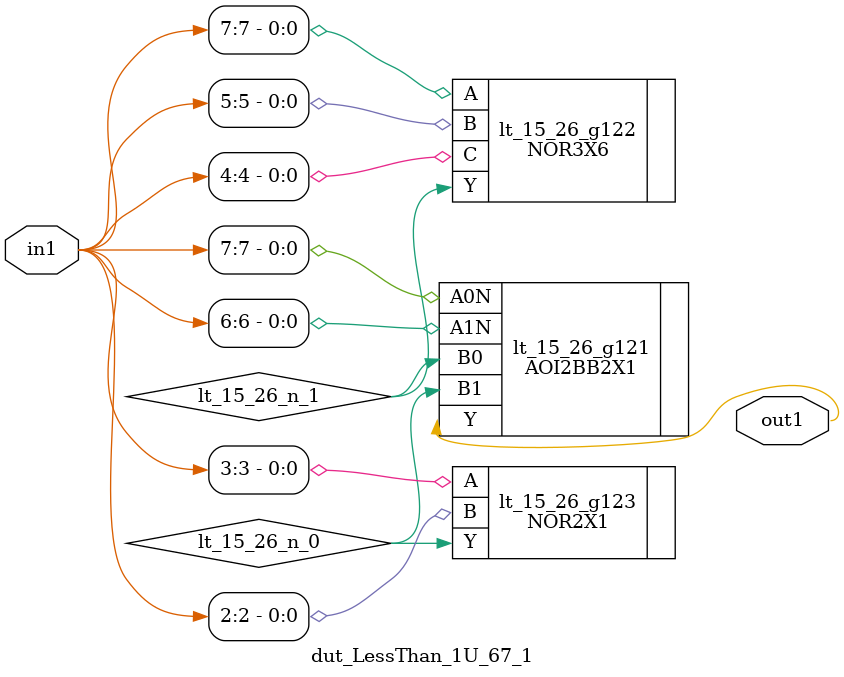
<source format=v>
`timescale 1ps / 1ps


module dut_LessThan_1U_67_1(in1, out1);
  input [7:0] in1;
  output out1;
  wire [7:0] in1;
  wire out1;
  wire lt_15_26_n_0, lt_15_26_n_1;
  AOI2BB2X1 lt_15_26_g121(.A0N (in1[7]), .A1N (in1[6]), .B0
       (lt_15_26_n_1), .B1 (lt_15_26_n_0), .Y (out1));
  NOR3X6 lt_15_26_g122(.A (in1[7]), .B (in1[5]), .C (in1[4]), .Y
       (lt_15_26_n_1));
  NOR2X1 lt_15_26_g123(.A (in1[3]), .B (in1[2]), .Y (lt_15_26_n_0));
endmodule



</source>
